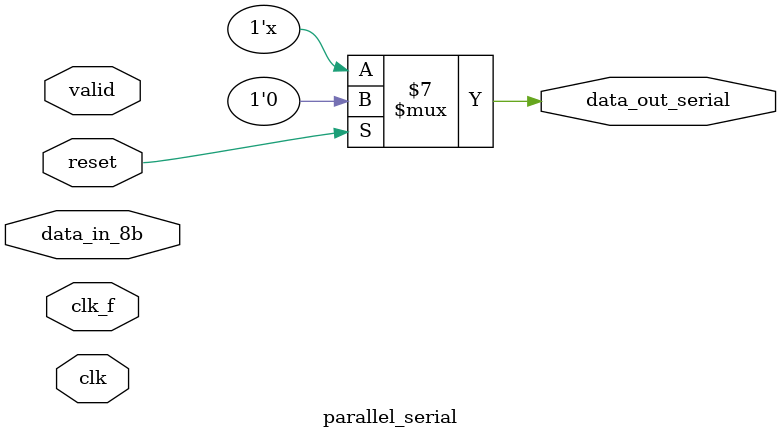
<source format=v>
module parallel_serial(
    input clk_f, clk, valid, reset,
    input [7:0] data_in_8b,
    output reg data_out_serial
);

reg [2:0] counter;
reg [7:0] data_bus;

always @(clk_f) begin
    if (~valid) begin
        data_bus <= 8'hBC;
    end
    else begin
        data_bus <= data_in_8b;    
    end
end

always @(clk) begin
    if (reset) begin
        counter <= 3'b111;
        data_out_serial <= 0;
    end
    else begin
        data_out_serial <= data_bus[counter];
        counter <= counter-1;
    end    
end

endmodule



</source>
